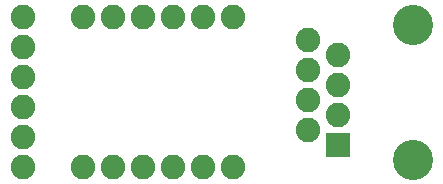
<source format=gbs>
G75*
G70*
%OFA0B0*%
%FSLAX24Y24*%
%IPPOS*%
%LPD*%
%AMOC8*
5,1,8,0,0,1.08239X$1,22.5*
%
%ADD10C,0.0820*%
%ADD11R,0.0820X0.0820*%
%ADD12C,0.1340*%
D10*
X001100Y001200D03*
X003100Y001200D03*
X004100Y001200D03*
X005100Y001200D03*
X006100Y001200D03*
X007100Y001200D03*
X008100Y001200D03*
X010600Y002450D03*
X011600Y002950D03*
X010600Y003450D03*
X011600Y003950D03*
X010600Y004450D03*
X011600Y004950D03*
X010600Y005450D03*
X008100Y006200D03*
X007100Y006200D03*
X006100Y006200D03*
X005100Y006200D03*
X004100Y006200D03*
X003100Y006200D03*
X001100Y006200D03*
X001100Y005200D03*
X001100Y004200D03*
X001100Y003200D03*
X001100Y002200D03*
D11*
X011600Y001950D03*
D12*
X014100Y001450D03*
X014100Y005950D03*
M02*

</source>
